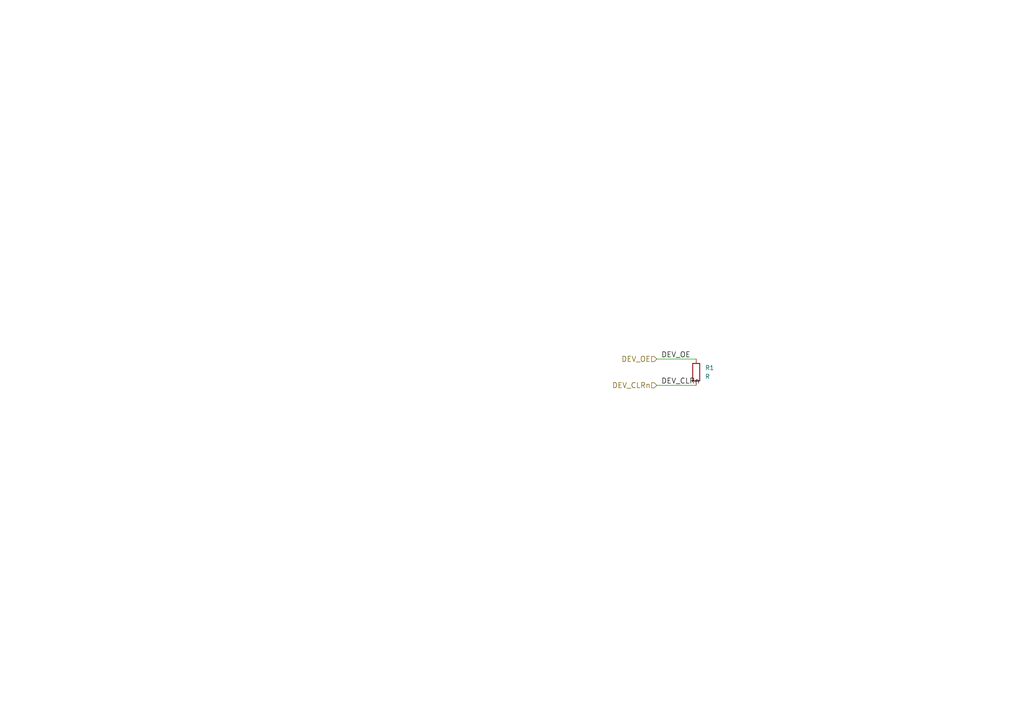
<source format=kicad_sch>
(kicad_sch (version 20230121) (generator eeschema)
  (paper "A4")
  (lib_symbols
    (symbol "Device:R" (pin_numbers hide) (pin_names (offset 0))
      (property "Reference" "R" (at 2.032 0 90))
      (property "Value" "R" (at 0 0 90))
      (symbol "R_0_1"
        (rectangle (start -1.016 -2.54) (end 1.016 2.54) (stroke (width 0.254)))
      )
      (symbol "R_1_1"
        (pin passive line (at 0 3.81 270) (length 1.27) (name "~") (number "1"))
        (pin passive line (at 0 -3.81 90) (length 1.27) (name "~") (number "2"))
      )
    )
  )
  (wire (pts (xy 190.5 104.14) (xy 201.93 104.14)))
  (wire (pts (xy 190.5 111.76) (xy 201.93 111.76)))
  (label "DEV_OE" (at 191.77 104.14 0) (effects (font (size 1.524 1.524))))
  (label "DEV_CLRn" (at 191.77 111.76 0) (effects (font (size 1.524 1.524))))
  (hierarchical_label "DEV_CLRn" (shape input) (at 190.5 111.76 180) (effects (font (size 1.524 1.524))))
  (hierarchical_label "DEV_OE" (shape input) (at 190.5 104.14 180) (effects (font (size 1.524 1.524))))
  (symbol (lib_id "Device:R") (at 201.93 107.95 0) (unit 1)
    (property "Reference" "R1" (at 204.47 106.68 0) (effects (justify left)))
    (property "Value" "R" (at 204.47 109.22 0) (effects (justify left)))
  )
)
</source>
